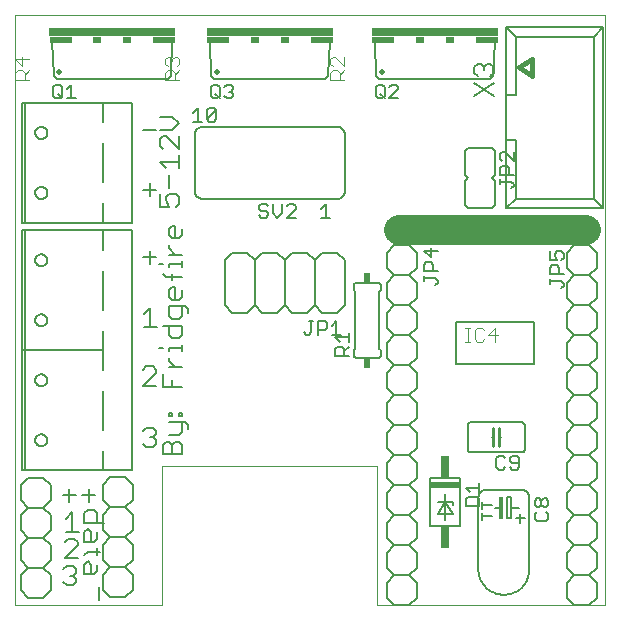
<source format=gto>
G75*
%MOIN*%
%OFA0B0*%
%FSLAX24Y24*%
%IPPOS*%
%LPD*%
%AMOC8*
5,1,8,0,0,1.08239X$1,22.5*
%
%ADD10C,0.0000*%
%ADD11C,0.1000*%
%ADD12C,0.0060*%
%ADD13C,0.0050*%
%ADD14R,0.0170X0.0740*%
%ADD15C,0.0100*%
%ADD16C,0.0080*%
%ADD17C,0.0040*%
%ADD18C,0.0160*%
%ADD19R,0.1000X0.0200*%
%ADD20R,0.0300X0.0750*%
%ADD21R,0.0240X0.0340*%
%ADD22C,0.0200*%
%ADD23R,0.4200X0.0300*%
%ADD24R,0.0750X0.0200*%
%ADD25R,0.0300X0.0200*%
D10*
X000267Y000180D02*
X000267Y019865D01*
X019952Y019865D01*
X019952Y000180D01*
X012326Y000180D01*
X012326Y004836D01*
X005161Y004836D01*
X005161Y000180D01*
X000267Y000180D01*
D11*
X013067Y012680D02*
X019317Y012680D01*
D12*
X019417Y012180D02*
X018917Y012180D01*
X018667Y011930D01*
X018667Y011430D01*
X018917Y011180D01*
X018667Y010930D01*
X018667Y010430D01*
X018917Y010180D01*
X019417Y010180D01*
X019667Y010430D01*
X019667Y010930D01*
X019417Y011180D01*
X018917Y011180D01*
X019417Y011180D02*
X019667Y011430D01*
X019667Y011930D01*
X019417Y012180D01*
X019417Y010180D02*
X019667Y009930D01*
X019667Y009430D01*
X019417Y009180D01*
X019667Y008930D01*
X019667Y008430D01*
X019417Y008180D01*
X019667Y007930D01*
X019667Y007430D01*
X019417Y007180D01*
X018917Y007180D01*
X018667Y007430D01*
X018667Y007930D01*
X018917Y008180D01*
X018667Y008430D01*
X018667Y008930D01*
X018917Y009180D01*
X018667Y009430D01*
X018667Y009930D01*
X018917Y010180D01*
X018917Y009180D02*
X019417Y009180D01*
X019417Y008180D02*
X018917Y008180D01*
X018917Y007180D02*
X018667Y006930D01*
X018667Y006430D01*
X018917Y006180D01*
X018667Y005930D01*
X018667Y005430D01*
X018917Y005180D01*
X018667Y004930D01*
X018667Y004430D01*
X018917Y004180D01*
X019417Y004180D01*
X019667Y004430D01*
X019667Y004930D01*
X019417Y005180D01*
X018917Y005180D01*
X019417Y005180D02*
X019667Y005430D01*
X019667Y005930D01*
X019417Y006180D01*
X018917Y006180D01*
X019417Y006180D02*
X019667Y006430D01*
X019667Y006930D01*
X019417Y007180D01*
X017267Y006180D02*
X017267Y005380D01*
X017265Y005363D01*
X017261Y005346D01*
X017254Y005330D01*
X017244Y005316D01*
X017231Y005303D01*
X017217Y005293D01*
X017201Y005286D01*
X017184Y005282D01*
X017167Y005280D01*
X015467Y005280D01*
X015450Y005282D01*
X015433Y005286D01*
X015417Y005293D01*
X015403Y005303D01*
X015390Y005316D01*
X015380Y005330D01*
X015373Y005346D01*
X015369Y005363D01*
X015367Y005380D01*
X015367Y006180D01*
X015369Y006197D01*
X015373Y006214D01*
X015380Y006230D01*
X015390Y006244D01*
X015403Y006257D01*
X015417Y006267D01*
X015433Y006274D01*
X015450Y006278D01*
X015467Y006280D01*
X017167Y006280D01*
X017184Y006278D01*
X017201Y006274D01*
X017217Y006267D01*
X017231Y006257D01*
X017244Y006244D01*
X017254Y006230D01*
X017261Y006214D01*
X017265Y006197D01*
X017267Y006180D01*
X016467Y005780D02*
X016417Y005780D01*
X016217Y005780D02*
X016167Y005780D01*
X015117Y004430D02*
X014117Y004430D01*
X014117Y002830D01*
X015117Y002830D01*
X015117Y004430D01*
X014617Y003880D02*
X014617Y003630D01*
X014867Y003630D01*
X014867Y003530D01*
X014617Y003630D02*
X014367Y003630D01*
X014617Y003630D02*
X014867Y003230D01*
X014367Y003230D01*
X014617Y003630D01*
X014617Y003030D01*
X013667Y002930D02*
X013667Y002430D01*
X013417Y002180D01*
X013667Y001930D01*
X013667Y001430D01*
X013417Y001180D01*
X013667Y000930D01*
X013667Y000430D01*
X013417Y000180D01*
X012917Y000180D01*
X012667Y000430D01*
X012667Y000930D01*
X012917Y001180D01*
X012667Y001430D01*
X012667Y001930D01*
X012917Y002180D01*
X012667Y002430D01*
X012667Y002930D01*
X012917Y003180D01*
X012667Y003430D01*
X012667Y003930D01*
X012917Y004180D01*
X012667Y004430D01*
X012667Y004930D01*
X012917Y005180D01*
X012667Y005430D01*
X012667Y005930D01*
X012917Y006180D01*
X012667Y006430D01*
X012667Y006930D01*
X012917Y007180D01*
X012667Y007430D01*
X012667Y007930D01*
X012917Y008180D01*
X012667Y008430D01*
X012667Y008930D01*
X012917Y009180D01*
X012667Y009430D01*
X012667Y009930D01*
X012917Y010180D01*
X012667Y010430D01*
X012667Y010930D01*
X012917Y011180D01*
X012667Y011430D01*
X012667Y011930D01*
X012917Y012180D01*
X013417Y012180D01*
X013667Y011930D01*
X013667Y011430D01*
X013417Y011180D01*
X013667Y010930D01*
X013667Y010430D01*
X013417Y010180D01*
X012917Y010180D01*
X013417Y010180D02*
X013667Y009930D01*
X013667Y009430D01*
X013417Y009180D01*
X013667Y008930D01*
X013667Y008430D01*
X013417Y008180D01*
X013667Y007930D01*
X013667Y007430D01*
X013417Y007180D01*
X012917Y007180D01*
X013417Y007180D02*
X013667Y006930D01*
X013667Y006430D01*
X013417Y006180D01*
X013667Y005930D01*
X013667Y005430D01*
X013417Y005180D01*
X013667Y004930D01*
X013667Y004430D01*
X013417Y004180D01*
X012917Y004180D01*
X013417Y004180D02*
X013667Y003930D01*
X013667Y003430D01*
X013417Y003180D01*
X013667Y002930D01*
X013417Y003180D02*
X012917Y003180D01*
X012917Y002180D02*
X013417Y002180D01*
X013417Y001180D02*
X012917Y001180D01*
X015717Y001380D02*
X015717Y003780D01*
X015719Y003810D01*
X015724Y003840D01*
X015733Y003869D01*
X015746Y003896D01*
X015761Y003922D01*
X015780Y003946D01*
X015801Y003967D01*
X015825Y003986D01*
X015851Y004001D01*
X015878Y004014D01*
X015907Y004023D01*
X015937Y004028D01*
X015967Y004030D01*
X017167Y004030D01*
X017197Y004028D01*
X017227Y004023D01*
X017256Y004014D01*
X017283Y004001D01*
X017309Y003986D01*
X017333Y003967D01*
X017354Y003946D01*
X017373Y003922D01*
X017388Y003896D01*
X017401Y003869D01*
X017410Y003840D01*
X017415Y003810D01*
X017417Y003780D01*
X017417Y001380D01*
X017415Y001323D01*
X017409Y001267D01*
X017400Y001211D01*
X017387Y001155D01*
X017370Y001101D01*
X017350Y001048D01*
X017326Y000997D01*
X017298Y000947D01*
X017268Y000899D01*
X017234Y000853D01*
X017197Y000810D01*
X017158Y000769D01*
X017116Y000731D01*
X017071Y000696D01*
X017024Y000664D01*
X016975Y000635D01*
X016925Y000609D01*
X016872Y000587D01*
X016819Y000568D01*
X016764Y000553D01*
X016708Y000542D01*
X016652Y000534D01*
X016595Y000530D01*
X016539Y000530D01*
X016482Y000534D01*
X016426Y000542D01*
X016370Y000553D01*
X016315Y000568D01*
X016262Y000587D01*
X016209Y000609D01*
X016159Y000635D01*
X016110Y000664D01*
X016063Y000696D01*
X016018Y000731D01*
X015976Y000769D01*
X015937Y000810D01*
X015900Y000853D01*
X015866Y000899D01*
X015836Y000947D01*
X015808Y000997D01*
X015784Y001048D01*
X015764Y001101D01*
X015747Y001155D01*
X015734Y001211D01*
X015725Y001267D01*
X015719Y001323D01*
X015717Y001380D01*
X017117Y002930D02*
X017117Y003230D01*
X017067Y003430D02*
X016817Y003430D01*
X016817Y003080D01*
X016687Y003080D01*
X016687Y003780D01*
X016817Y003780D01*
X016817Y003430D01*
X016467Y003430D02*
X016267Y003430D01*
X016967Y003080D02*
X017267Y003080D01*
X018667Y002930D02*
X018667Y002430D01*
X018917Y002180D01*
X018667Y001930D01*
X018667Y001430D01*
X018917Y001180D01*
X018667Y000930D01*
X018667Y000430D01*
X018917Y000180D01*
X019417Y000180D01*
X019667Y000430D01*
X019667Y000930D01*
X019417Y001180D01*
X018917Y001180D01*
X019417Y001180D02*
X019667Y001430D01*
X019667Y001930D01*
X019417Y002180D01*
X018917Y002180D01*
X019417Y002180D02*
X019667Y002430D01*
X019667Y002930D01*
X019417Y003180D01*
X018917Y003180D01*
X018667Y002930D01*
X018917Y003180D02*
X018667Y003430D01*
X018667Y003930D01*
X018917Y004180D01*
X019417Y004180D02*
X019667Y003930D01*
X019667Y003430D01*
X019417Y003180D01*
X013417Y005180D02*
X012917Y005180D01*
X012917Y006180D02*
X013417Y006180D01*
X013417Y008180D02*
X012917Y008180D01*
X012467Y008530D02*
X012467Y008680D01*
X012417Y008730D01*
X012417Y010630D01*
X012467Y010680D01*
X012467Y010830D01*
X012465Y010847D01*
X012461Y010864D01*
X012454Y010880D01*
X012444Y010894D01*
X012431Y010907D01*
X012417Y010917D01*
X012401Y010924D01*
X012384Y010928D01*
X012367Y010930D01*
X011667Y010930D01*
X011650Y010928D01*
X011633Y010924D01*
X011617Y010917D01*
X011603Y010907D01*
X011590Y010894D01*
X011580Y010880D01*
X011573Y010864D01*
X011569Y010847D01*
X011567Y010830D01*
X011567Y010680D01*
X011617Y010630D01*
X011617Y008730D01*
X011567Y008680D01*
X011567Y008530D01*
X011569Y008513D01*
X011573Y008496D01*
X011580Y008480D01*
X011590Y008466D01*
X011603Y008453D01*
X011617Y008443D01*
X011633Y008436D01*
X011650Y008432D01*
X011667Y008430D01*
X012367Y008430D01*
X012384Y008432D01*
X012401Y008436D01*
X012417Y008443D01*
X012431Y008453D01*
X012444Y008466D01*
X012454Y008480D01*
X012461Y008496D01*
X012465Y008513D01*
X012467Y008530D01*
X012917Y009180D02*
X013417Y009180D01*
X013417Y011180D02*
X012917Y011180D01*
X011267Y011680D02*
X011267Y010180D01*
X011017Y009930D01*
X010517Y009930D01*
X010267Y010180D01*
X010267Y011680D01*
X010017Y011930D01*
X009517Y011930D01*
X009267Y011680D01*
X009267Y010180D01*
X009017Y009930D01*
X008517Y009930D01*
X008267Y010180D01*
X008017Y009930D01*
X007517Y009930D01*
X007267Y010180D01*
X007267Y011680D01*
X007517Y011930D01*
X008017Y011930D01*
X008267Y011680D01*
X008267Y010180D01*
X009267Y010180D02*
X009517Y009930D01*
X010017Y009930D01*
X010267Y010180D01*
X010267Y011680D02*
X010517Y011930D01*
X011017Y011930D01*
X011267Y011680D01*
X009267Y011680D02*
X009017Y011930D01*
X008517Y011930D01*
X008267Y011680D01*
X006517Y013730D02*
X011017Y013730D01*
X011047Y013732D01*
X011077Y013737D01*
X011106Y013746D01*
X011133Y013759D01*
X011159Y013774D01*
X011183Y013793D01*
X011204Y013814D01*
X011223Y013838D01*
X011238Y013864D01*
X011251Y013891D01*
X011260Y013920D01*
X011265Y013950D01*
X011267Y013980D01*
X011267Y015880D01*
X011265Y015910D01*
X011260Y015940D01*
X011251Y015969D01*
X011238Y015996D01*
X011223Y016022D01*
X011204Y016046D01*
X011183Y016067D01*
X011159Y016086D01*
X011133Y016101D01*
X011106Y016114D01*
X011077Y016123D01*
X011047Y016128D01*
X011017Y016130D01*
X006517Y016130D01*
X006487Y016128D01*
X006457Y016123D01*
X006428Y016114D01*
X006401Y016101D01*
X006375Y016086D01*
X006351Y016067D01*
X006330Y016046D01*
X006311Y016022D01*
X006296Y015996D01*
X006283Y015969D01*
X006274Y015940D01*
X006269Y015910D01*
X006267Y015880D01*
X006267Y013980D01*
X006269Y013950D01*
X006274Y013920D01*
X006283Y013891D01*
X006296Y013864D01*
X006311Y013838D01*
X006330Y013814D01*
X006351Y013793D01*
X006375Y013774D01*
X006401Y013759D01*
X006428Y013746D01*
X006457Y013737D01*
X006487Y013732D01*
X006517Y013730D01*
X005737Y013780D02*
X005737Y013567D01*
X005630Y013460D01*
X005416Y013460D02*
X005310Y013674D01*
X005310Y013780D01*
X005416Y013887D01*
X005630Y013887D01*
X005737Y013780D01*
X005416Y013460D02*
X005096Y013460D01*
X005096Y013887D01*
X004974Y014030D02*
X004547Y014030D01*
X004760Y014244D02*
X004760Y013817D01*
X005416Y014105D02*
X005416Y014532D01*
X005310Y014749D02*
X005096Y014963D01*
X005737Y014963D01*
X005737Y015176D02*
X005737Y014749D01*
X005737Y015394D02*
X005310Y015821D01*
X005203Y015821D01*
X005096Y015714D01*
X005096Y015500D01*
X005203Y015394D01*
X005737Y015394D02*
X005737Y015821D01*
X005523Y016038D02*
X005737Y016252D01*
X005523Y016465D01*
X005096Y016465D01*
X005096Y016038D02*
X005523Y016038D01*
X004974Y016030D02*
X004547Y016030D01*
X004167Y016930D02*
X004167Y012930D01*
X003217Y012930D01*
X003217Y013580D01*
X003217Y012930D02*
X000617Y012930D01*
X000517Y012930D01*
X000517Y016930D01*
X000617Y016930D01*
X003217Y016930D01*
X003217Y016280D01*
X003217Y016930D02*
X004167Y016930D01*
X005367Y017730D02*
X001667Y017730D01*
X001567Y017830D01*
X001517Y018980D01*
X000617Y016930D02*
X000617Y012930D01*
X000617Y012680D02*
X003217Y012680D01*
X003217Y012030D01*
X003217Y012680D02*
X004167Y012680D01*
X004167Y004680D01*
X003217Y004680D01*
X003217Y005330D01*
X003217Y004680D02*
X000617Y004680D01*
X000517Y004680D01*
X000517Y008680D01*
X003217Y008680D01*
X003217Y009330D01*
X003217Y008680D02*
X003217Y008030D01*
X003217Y007330D02*
X003217Y006030D01*
X004547Y005994D02*
X004653Y006101D01*
X004867Y006101D01*
X004974Y005994D01*
X004974Y005887D01*
X004867Y005780D01*
X004974Y005674D01*
X004974Y005567D01*
X004867Y005460D01*
X004653Y005460D01*
X004547Y005567D01*
X004760Y005780D02*
X004867Y005780D01*
X005196Y005530D02*
X005303Y005637D01*
X005410Y005637D01*
X005516Y005530D01*
X005516Y005210D01*
X005196Y005210D02*
X005837Y005210D01*
X005837Y005530D01*
X005730Y005637D01*
X005623Y005637D01*
X005516Y005530D01*
X005196Y005530D02*
X005196Y005210D01*
X005410Y005855D02*
X005730Y005855D01*
X005837Y005961D01*
X005837Y006282D01*
X005943Y006282D02*
X006050Y006175D01*
X006050Y006068D01*
X005943Y006282D02*
X005410Y006282D01*
X005410Y006499D02*
X005516Y006499D01*
X005516Y006606D01*
X005410Y006606D01*
X005410Y006499D01*
X005730Y006499D02*
X005837Y006499D01*
X005837Y006606D01*
X005730Y006606D01*
X005730Y006499D01*
X005837Y007466D02*
X005196Y007466D01*
X005196Y007893D01*
X004974Y007928D02*
X004974Y008035D01*
X004867Y008142D01*
X004653Y008142D01*
X004547Y008035D01*
X004974Y007928D02*
X004547Y007501D01*
X004974Y007501D01*
X005516Y007466D02*
X005516Y007679D01*
X005410Y008110D02*
X005837Y008110D01*
X005623Y008110D02*
X005410Y008324D01*
X005410Y008431D01*
X005410Y008648D02*
X005410Y008754D01*
X005837Y008754D01*
X005837Y008648D02*
X005837Y008861D01*
X005730Y009077D02*
X005516Y009077D01*
X005410Y009184D01*
X005410Y009504D01*
X005196Y009504D02*
X005837Y009504D01*
X005837Y009184D01*
X005730Y009077D01*
X005196Y008754D02*
X005089Y008754D01*
X005000Y009449D02*
X004573Y009449D01*
X004786Y009449D02*
X004786Y010090D01*
X004573Y009876D01*
X005410Y009829D02*
X005516Y009722D01*
X005730Y009722D01*
X005837Y009829D01*
X005837Y010149D01*
X005943Y010149D02*
X005410Y010149D01*
X005410Y009829D01*
X005516Y010366D02*
X005410Y010473D01*
X005410Y010687D01*
X005516Y010793D01*
X005623Y010793D01*
X005623Y010366D01*
X005730Y010366D02*
X005516Y010366D01*
X005730Y010366D02*
X005837Y010473D01*
X005837Y010687D01*
X005837Y011118D02*
X005303Y011118D01*
X005196Y011224D01*
X005410Y011441D02*
X005410Y011547D01*
X005837Y011547D01*
X005837Y011441D02*
X005837Y011654D01*
X005837Y011870D02*
X005410Y011870D01*
X005623Y011870D02*
X005410Y012084D01*
X005410Y012191D01*
X005516Y012407D02*
X005410Y012514D01*
X005410Y012728D01*
X005516Y012835D01*
X005623Y012835D01*
X005623Y012407D01*
X005730Y012407D02*
X005516Y012407D01*
X005730Y012407D02*
X005837Y012514D01*
X005837Y012728D01*
X004974Y011780D02*
X004547Y011780D01*
X004760Y011994D02*
X004760Y011567D01*
X005089Y011547D02*
X005196Y011547D01*
X005516Y011224D02*
X005516Y011011D01*
X005943Y010149D02*
X006050Y010042D01*
X006050Y009935D01*
X003217Y010030D02*
X003217Y011330D01*
X000947Y011680D02*
X000949Y011708D01*
X000955Y011735D01*
X000964Y011761D01*
X000977Y011786D01*
X000994Y011809D01*
X001013Y011829D01*
X001035Y011846D01*
X001059Y011860D01*
X001085Y011870D01*
X001112Y011877D01*
X001140Y011880D01*
X001168Y011879D01*
X001195Y011874D01*
X001222Y011865D01*
X001247Y011853D01*
X001270Y011838D01*
X001291Y011819D01*
X001309Y011798D01*
X001324Y011774D01*
X001335Y011748D01*
X001343Y011722D01*
X001347Y011694D01*
X001347Y011666D01*
X001343Y011638D01*
X001335Y011612D01*
X001324Y011586D01*
X001309Y011562D01*
X001291Y011541D01*
X001270Y011522D01*
X001247Y011507D01*
X001222Y011495D01*
X001195Y011486D01*
X001168Y011481D01*
X001140Y011480D01*
X001112Y011483D01*
X001085Y011490D01*
X001059Y011500D01*
X001035Y011514D01*
X001013Y011531D01*
X000994Y011551D01*
X000977Y011574D01*
X000964Y011599D01*
X000955Y011625D01*
X000949Y011652D01*
X000947Y011680D01*
X000617Y012680D02*
X000617Y004680D01*
X000723Y004426D02*
X001223Y004426D01*
X001473Y004176D01*
X001473Y003676D01*
X001223Y003426D01*
X001473Y003176D01*
X001473Y002676D01*
X001223Y002426D01*
X001473Y002176D01*
X001473Y001676D01*
X001223Y001426D01*
X001473Y001176D01*
X001473Y000676D01*
X001223Y000426D01*
X000723Y000426D01*
X000473Y000676D01*
X000473Y001176D01*
X000723Y001426D01*
X000473Y001676D01*
X000473Y002176D01*
X000723Y002426D01*
X001223Y002426D01*
X000723Y002426D02*
X000473Y002676D01*
X000473Y003176D01*
X000723Y003426D01*
X000473Y003676D01*
X000473Y004176D01*
X000723Y004426D01*
X000723Y003426D02*
X001223Y003426D01*
X001863Y003846D02*
X002291Y003846D01*
X002512Y003849D02*
X002939Y003849D01*
X002726Y003635D02*
X002726Y004062D01*
X003203Y004193D02*
X003203Y003693D01*
X003453Y003443D01*
X003203Y003193D01*
X003203Y002693D01*
X003453Y002443D01*
X003953Y002443D01*
X004203Y002693D01*
X004203Y003193D01*
X003953Y003443D01*
X003453Y003443D01*
X003011Y003258D02*
X003011Y002938D01*
X003225Y002938D02*
X002584Y002938D01*
X002584Y003258D01*
X002691Y003365D01*
X002904Y003365D01*
X003011Y003258D01*
X002691Y002720D02*
X002798Y002613D01*
X002798Y002293D01*
X002904Y002293D02*
X002584Y002293D01*
X002584Y002613D01*
X002691Y002720D01*
X002403Y002638D02*
X001976Y002638D01*
X002189Y002638D02*
X002189Y003278D01*
X001976Y003065D01*
X002077Y003632D02*
X002077Y004059D01*
X003203Y004193D02*
X003453Y004443D01*
X003953Y004443D01*
X004203Y004193D01*
X004203Y003693D01*
X003953Y003443D01*
X003011Y002613D02*
X003011Y002400D01*
X002904Y002293D01*
X003011Y002076D02*
X003011Y001862D01*
X003118Y001969D02*
X002691Y001969D01*
X002584Y001862D01*
X002691Y001646D02*
X002798Y001539D01*
X002798Y001219D01*
X002904Y001219D02*
X002584Y001219D01*
X002584Y001539D01*
X002691Y001646D01*
X002361Y001752D02*
X001934Y001752D01*
X002361Y002179D01*
X002361Y002286D01*
X002254Y002393D01*
X002040Y002393D01*
X001934Y002286D01*
X001994Y001486D02*
X002208Y001486D01*
X002315Y001379D01*
X002315Y001273D01*
X002208Y001166D01*
X002315Y001059D01*
X002315Y000952D01*
X002208Y000846D01*
X001994Y000846D01*
X001888Y000952D01*
X002101Y001166D02*
X002208Y001166D01*
X001888Y001379D02*
X001994Y001486D01*
X001223Y001426D02*
X000723Y001426D01*
X002904Y001219D02*
X003011Y001326D01*
X003011Y001539D01*
X003203Y001693D02*
X003203Y002193D01*
X003453Y002443D01*
X003953Y002443D02*
X004203Y002193D01*
X004203Y001693D01*
X003953Y001443D01*
X004203Y001193D01*
X004203Y000693D01*
X003953Y000443D01*
X003453Y000443D01*
X003203Y000693D01*
X003203Y001193D01*
X003453Y001443D01*
X003203Y001693D01*
X003453Y001443D02*
X003953Y001443D01*
X003080Y000775D02*
X003080Y000348D01*
X000947Y005680D02*
X000949Y005708D01*
X000955Y005735D01*
X000964Y005761D01*
X000977Y005786D01*
X000994Y005809D01*
X001013Y005829D01*
X001035Y005846D01*
X001059Y005860D01*
X001085Y005870D01*
X001112Y005877D01*
X001140Y005880D01*
X001168Y005879D01*
X001195Y005874D01*
X001222Y005865D01*
X001247Y005853D01*
X001270Y005838D01*
X001291Y005819D01*
X001309Y005798D01*
X001324Y005774D01*
X001335Y005748D01*
X001343Y005722D01*
X001347Y005694D01*
X001347Y005666D01*
X001343Y005638D01*
X001335Y005612D01*
X001324Y005586D01*
X001309Y005562D01*
X001291Y005541D01*
X001270Y005522D01*
X001247Y005507D01*
X001222Y005495D01*
X001195Y005486D01*
X001168Y005481D01*
X001140Y005480D01*
X001112Y005483D01*
X001085Y005490D01*
X001059Y005500D01*
X001035Y005514D01*
X001013Y005531D01*
X000994Y005551D01*
X000977Y005574D01*
X000964Y005599D01*
X000955Y005625D01*
X000949Y005652D01*
X000947Y005680D01*
X000947Y007680D02*
X000949Y007708D01*
X000955Y007735D01*
X000964Y007761D01*
X000977Y007786D01*
X000994Y007809D01*
X001013Y007829D01*
X001035Y007846D01*
X001059Y007860D01*
X001085Y007870D01*
X001112Y007877D01*
X001140Y007880D01*
X001168Y007879D01*
X001195Y007874D01*
X001222Y007865D01*
X001247Y007853D01*
X001270Y007838D01*
X001291Y007819D01*
X001309Y007798D01*
X001324Y007774D01*
X001335Y007748D01*
X001343Y007722D01*
X001347Y007694D01*
X001347Y007666D01*
X001343Y007638D01*
X001335Y007612D01*
X001324Y007586D01*
X001309Y007562D01*
X001291Y007541D01*
X001270Y007522D01*
X001247Y007507D01*
X001222Y007495D01*
X001195Y007486D01*
X001168Y007481D01*
X001140Y007480D01*
X001112Y007483D01*
X001085Y007490D01*
X001059Y007500D01*
X001035Y007514D01*
X001013Y007531D01*
X000994Y007551D01*
X000977Y007574D01*
X000964Y007599D01*
X000955Y007625D01*
X000949Y007652D01*
X000947Y007680D01*
X000517Y008680D02*
X000517Y012680D01*
X000617Y012680D01*
X000947Y013930D02*
X000949Y013958D01*
X000955Y013985D01*
X000964Y014011D01*
X000977Y014036D01*
X000994Y014059D01*
X001013Y014079D01*
X001035Y014096D01*
X001059Y014110D01*
X001085Y014120D01*
X001112Y014127D01*
X001140Y014130D01*
X001168Y014129D01*
X001195Y014124D01*
X001222Y014115D01*
X001247Y014103D01*
X001270Y014088D01*
X001291Y014069D01*
X001309Y014048D01*
X001324Y014024D01*
X001335Y013998D01*
X001343Y013972D01*
X001347Y013944D01*
X001347Y013916D01*
X001343Y013888D01*
X001335Y013862D01*
X001324Y013836D01*
X001309Y013812D01*
X001291Y013791D01*
X001270Y013772D01*
X001247Y013757D01*
X001222Y013745D01*
X001195Y013736D01*
X001168Y013731D01*
X001140Y013730D01*
X001112Y013733D01*
X001085Y013740D01*
X001059Y013750D01*
X001035Y013764D01*
X001013Y013781D01*
X000994Y013801D01*
X000977Y013824D01*
X000964Y013849D01*
X000955Y013875D01*
X000949Y013902D01*
X000947Y013930D01*
X000947Y015930D02*
X000949Y015958D01*
X000955Y015985D01*
X000964Y016011D01*
X000977Y016036D01*
X000994Y016059D01*
X001013Y016079D01*
X001035Y016096D01*
X001059Y016110D01*
X001085Y016120D01*
X001112Y016127D01*
X001140Y016130D01*
X001168Y016129D01*
X001195Y016124D01*
X001222Y016115D01*
X001247Y016103D01*
X001270Y016088D01*
X001291Y016069D01*
X001309Y016048D01*
X001324Y016024D01*
X001335Y015998D01*
X001343Y015972D01*
X001347Y015944D01*
X001347Y015916D01*
X001343Y015888D01*
X001335Y015862D01*
X001324Y015836D01*
X001309Y015812D01*
X001291Y015791D01*
X001270Y015772D01*
X001247Y015757D01*
X001222Y015745D01*
X001195Y015736D01*
X001168Y015731D01*
X001140Y015730D01*
X001112Y015733D01*
X001085Y015740D01*
X001059Y015750D01*
X001035Y015764D01*
X001013Y015781D01*
X000994Y015801D01*
X000977Y015824D01*
X000964Y015849D01*
X000955Y015875D01*
X000949Y015902D01*
X000947Y015930D01*
X003217Y015580D02*
X003217Y014280D01*
X005367Y017730D02*
X005467Y017830D01*
X005517Y018980D01*
X006767Y018980D02*
X006817Y017830D01*
X006917Y017730D01*
X010617Y017730D01*
X010717Y017830D01*
X010767Y018980D01*
X012267Y018980D02*
X012317Y017830D01*
X012417Y017730D01*
X016117Y017730D01*
X016217Y017830D01*
X016267Y018980D01*
X016121Y018235D02*
X016014Y018235D01*
X015908Y018128D01*
X015908Y018021D01*
X015908Y018128D02*
X015801Y018235D01*
X015694Y018235D01*
X015587Y018128D01*
X015587Y017914D01*
X015694Y017808D01*
X015587Y017590D02*
X016228Y017163D01*
X016228Y017590D02*
X015587Y017163D01*
X016121Y017808D02*
X016228Y017914D01*
X016228Y018128D01*
X016121Y018235D01*
X016167Y015430D02*
X015367Y015430D01*
X015267Y015330D01*
X015267Y014530D01*
X015367Y014430D01*
X015267Y014330D01*
X015267Y013530D01*
X015367Y013430D01*
X016167Y013430D01*
X016267Y013530D01*
X016267Y014330D01*
X016167Y014430D01*
X016267Y014530D01*
X016267Y015330D01*
X016167Y015430D01*
X000947Y009680D02*
X000949Y009708D01*
X000955Y009735D01*
X000964Y009761D01*
X000977Y009786D01*
X000994Y009809D01*
X001013Y009829D01*
X001035Y009846D01*
X001059Y009860D01*
X001085Y009870D01*
X001112Y009877D01*
X001140Y009880D01*
X001168Y009879D01*
X001195Y009874D01*
X001222Y009865D01*
X001247Y009853D01*
X001270Y009838D01*
X001291Y009819D01*
X001309Y009798D01*
X001324Y009774D01*
X001335Y009748D01*
X001343Y009722D01*
X001347Y009694D01*
X001347Y009666D01*
X001343Y009638D01*
X001335Y009612D01*
X001324Y009586D01*
X001309Y009562D01*
X001291Y009541D01*
X001270Y009522D01*
X001247Y009507D01*
X001222Y009495D01*
X001195Y009486D01*
X001168Y009481D01*
X001140Y009480D01*
X001112Y009483D01*
X001085Y009490D01*
X001059Y009500D01*
X001035Y009514D01*
X001013Y009531D01*
X000994Y009551D01*
X000977Y009574D01*
X000964Y009599D01*
X000955Y009625D01*
X000949Y009652D01*
X000947Y009680D01*
D13*
X006221Y016305D02*
X006521Y016305D01*
X006371Y016305D02*
X006371Y016755D01*
X006221Y016605D01*
X006681Y016680D02*
X006681Y016380D01*
X006982Y016680D01*
X006982Y016380D01*
X006906Y016305D01*
X006756Y016305D01*
X006681Y016380D01*
X006681Y016680D02*
X006756Y016755D01*
X006906Y016755D01*
X006982Y016680D01*
X007017Y017075D02*
X006867Y017075D01*
X006792Y017150D01*
X006792Y017450D01*
X006867Y017525D01*
X007017Y017525D01*
X007092Y017450D01*
X007092Y017150D01*
X007017Y017075D01*
X007092Y017075D02*
X006942Y017225D01*
X007252Y017150D02*
X007327Y017075D01*
X007477Y017075D01*
X007552Y017150D01*
X007552Y017225D01*
X007477Y017300D01*
X007402Y017300D01*
X007477Y017300D02*
X007552Y017375D01*
X007552Y017450D01*
X007477Y017525D01*
X007327Y017525D01*
X007252Y017450D01*
X008486Y013555D02*
X008410Y013480D01*
X008410Y013405D01*
X008486Y013330D01*
X008636Y013330D01*
X008711Y013255D01*
X008711Y013180D01*
X008636Y013105D01*
X008486Y013105D01*
X008410Y013180D01*
X008486Y013555D02*
X008636Y013555D01*
X008711Y013480D01*
X008871Y013555D02*
X008871Y013255D01*
X009021Y013105D01*
X009171Y013255D01*
X009171Y013555D01*
X009331Y013480D02*
X009406Y013555D01*
X009556Y013555D01*
X009632Y013480D01*
X009632Y013405D01*
X009331Y013105D01*
X009632Y013105D01*
X010481Y013105D02*
X010782Y013105D01*
X010631Y013105D02*
X010631Y013555D01*
X010481Y013405D01*
X013911Y012000D02*
X014136Y011775D01*
X014136Y012075D01*
X013911Y012000D02*
X014362Y012000D01*
X014136Y011614D02*
X014212Y011539D01*
X014212Y011314D01*
X014362Y011314D02*
X013911Y011314D01*
X013911Y011539D01*
X013986Y011614D01*
X014136Y011614D01*
X013911Y011154D02*
X013911Y011004D01*
X013911Y011079D02*
X014287Y011079D01*
X014362Y011004D01*
X014362Y010929D01*
X014287Y010854D01*
X011392Y009266D02*
X011392Y008965D01*
X011392Y009116D02*
X010941Y009116D01*
X011091Y008965D01*
X011016Y008805D02*
X011166Y008805D01*
X011242Y008730D01*
X011242Y008505D01*
X011392Y008505D02*
X010941Y008505D01*
X010941Y008730D01*
X011016Y008805D01*
X011242Y008655D02*
X011392Y008805D01*
X011132Y009205D02*
X010831Y009205D01*
X010981Y009205D02*
X010981Y009655D01*
X010831Y009505D01*
X010671Y009430D02*
X010596Y009355D01*
X010371Y009355D01*
X010371Y009205D02*
X010371Y009655D01*
X010596Y009655D01*
X010671Y009580D01*
X010671Y009430D01*
X010211Y009655D02*
X010061Y009655D01*
X010136Y009655D02*
X010136Y009280D01*
X010061Y009205D01*
X009986Y009205D01*
X009910Y009280D01*
X015291Y004095D02*
X015742Y004095D01*
X015742Y003945D02*
X015742Y004245D01*
X015441Y003945D02*
X015291Y004095D01*
X015366Y003784D02*
X015291Y003709D01*
X015291Y003484D01*
X015742Y003484D01*
X015742Y003709D01*
X015667Y003784D01*
X015366Y003784D01*
X015841Y003623D02*
X015841Y003396D01*
X015841Y003509D02*
X016182Y003509D01*
X015841Y003264D02*
X015841Y003037D01*
X015841Y003150D02*
X016182Y003150D01*
X017591Y003209D02*
X017591Y003059D01*
X017666Y002984D01*
X017967Y002984D01*
X018042Y003059D01*
X018042Y003209D01*
X017967Y003284D01*
X017967Y003445D02*
X017892Y003445D01*
X017816Y003520D01*
X017816Y003670D01*
X017892Y003745D01*
X017967Y003745D01*
X018042Y003670D01*
X018042Y003520D01*
X017967Y003445D01*
X017816Y003520D02*
X017741Y003445D01*
X017666Y003445D01*
X017591Y003520D01*
X017591Y003670D01*
X017666Y003745D01*
X017741Y003745D01*
X017816Y003670D01*
X017666Y003284D02*
X017591Y003209D01*
X017006Y004705D02*
X016856Y004705D01*
X016781Y004780D01*
X016621Y004780D02*
X016546Y004705D01*
X016396Y004705D01*
X016321Y004780D01*
X016321Y005080D01*
X016396Y005155D01*
X016546Y005155D01*
X016621Y005080D01*
X016781Y005080D02*
X016781Y005005D01*
X016856Y004930D01*
X017082Y004930D01*
X017082Y004780D02*
X017082Y005080D01*
X017006Y005155D01*
X016856Y005155D01*
X016781Y005080D01*
X017082Y004780D02*
X017006Y004705D01*
X018487Y010754D02*
X018562Y010829D01*
X018562Y010904D01*
X018487Y010979D01*
X018111Y010979D01*
X018111Y010904D02*
X018111Y011054D01*
X018111Y011214D02*
X018111Y011439D01*
X018186Y011514D01*
X018336Y011514D01*
X018412Y011439D01*
X018412Y011214D01*
X018562Y011214D02*
X018111Y011214D01*
X018111Y011675D02*
X018336Y011675D01*
X018261Y011825D01*
X018261Y011900D01*
X018336Y011975D01*
X018487Y011975D01*
X018562Y011900D01*
X018562Y011750D01*
X018487Y011675D01*
X018111Y011675D02*
X018111Y011975D01*
X016817Y014074D02*
X016892Y014149D01*
X016892Y014224D01*
X016817Y014299D01*
X016441Y014299D01*
X016441Y014224D02*
X016441Y014374D01*
X016441Y014534D02*
X016441Y014759D01*
X016516Y014834D01*
X016666Y014834D01*
X016742Y014759D01*
X016742Y014534D01*
X016892Y014534D02*
X016441Y014534D01*
X016516Y014995D02*
X016441Y015070D01*
X016441Y015220D01*
X016516Y015295D01*
X016591Y015295D01*
X016892Y014995D01*
X016892Y015295D01*
X013052Y017075D02*
X012752Y017075D01*
X013052Y017375D01*
X013052Y017450D01*
X012977Y017525D01*
X012827Y017525D01*
X012752Y017450D01*
X012592Y017450D02*
X012592Y017150D01*
X012517Y017075D01*
X012367Y017075D01*
X012292Y017150D01*
X012292Y017450D01*
X012367Y017525D01*
X012517Y017525D01*
X012592Y017450D01*
X012442Y017225D02*
X012592Y017075D01*
X002302Y017075D02*
X002002Y017075D01*
X002152Y017075D02*
X002152Y017525D01*
X002002Y017375D01*
X001842Y017450D02*
X001842Y017150D01*
X001767Y017075D01*
X001617Y017075D01*
X001542Y017150D01*
X001542Y017450D01*
X001617Y017525D01*
X001767Y017525D01*
X001842Y017450D01*
X001692Y017225D02*
X001842Y017075D01*
D14*
X016482Y003430D03*
D15*
X016417Y005480D02*
X016417Y005780D01*
X016417Y006080D01*
X016217Y006080D02*
X016217Y005780D01*
X016217Y005480D01*
D16*
X014977Y008230D02*
X014977Y009630D01*
X017557Y009630D01*
X017557Y008230D01*
X014977Y008230D01*
X016652Y013410D02*
X016967Y013725D01*
X016967Y015682D01*
X016960Y015682D02*
X016680Y015682D01*
X016680Y017178D02*
X016960Y017178D01*
X016967Y017178D02*
X016967Y019135D01*
X016652Y019450D01*
X016652Y013410D01*
X019881Y013410D01*
X019566Y013725D01*
X016967Y013725D01*
X019566Y013725D02*
X019566Y019135D01*
X019881Y019450D01*
X019881Y013410D01*
X019566Y019135D02*
X016967Y019135D01*
X016652Y019450D02*
X019881Y019450D01*
D17*
X011247Y018467D02*
X011247Y018160D01*
X010940Y018467D01*
X010863Y018467D01*
X010786Y018391D01*
X010786Y018237D01*
X010863Y018160D01*
X010863Y018007D02*
X011016Y018007D01*
X011093Y017930D01*
X011093Y017700D01*
X011093Y017853D02*
X011247Y018007D01*
X011247Y017700D02*
X010786Y017700D01*
X010786Y017930D01*
X010863Y018007D01*
X005747Y018007D02*
X005593Y017853D01*
X005593Y017930D02*
X005593Y017700D01*
X005747Y017700D02*
X005286Y017700D01*
X005286Y017930D01*
X005363Y018007D01*
X005516Y018007D01*
X005593Y017930D01*
X005670Y018160D02*
X005747Y018237D01*
X005747Y018391D01*
X005670Y018467D01*
X005593Y018467D01*
X005516Y018391D01*
X005516Y018314D01*
X005516Y018391D02*
X005440Y018467D01*
X005363Y018467D01*
X005286Y018391D01*
X005286Y018237D01*
X005363Y018160D01*
X000747Y018007D02*
X000593Y017853D01*
X000593Y017930D02*
X000593Y017700D01*
X000747Y017700D02*
X000286Y017700D01*
X000286Y017930D01*
X000363Y018007D01*
X000516Y018007D01*
X000593Y017930D01*
X000516Y018160D02*
X000516Y018467D01*
X000286Y018391D02*
X000516Y018160D01*
X000286Y018391D02*
X000747Y018391D01*
X015287Y009430D02*
X015440Y009430D01*
X015363Y009430D02*
X015363Y008970D01*
X015287Y008970D02*
X015440Y008970D01*
X015594Y009047D02*
X015670Y008970D01*
X015824Y008970D01*
X015901Y009047D01*
X016054Y009200D02*
X016361Y009200D01*
X016284Y008970D02*
X016284Y009430D01*
X016054Y009200D01*
X015901Y009354D02*
X015824Y009430D01*
X015670Y009430D01*
X015594Y009354D01*
X015594Y009047D01*
D18*
X017491Y017832D02*
X017491Y018383D01*
X017070Y018107D01*
X017491Y017832D01*
D19*
X014617Y004180D03*
D20*
X014617Y004805D03*
X014617Y002455D03*
D21*
X012017Y008260D03*
X012017Y011100D03*
D22*
X012497Y017970D03*
X006997Y017970D03*
X001747Y017970D03*
D23*
X003517Y019280D03*
X008767Y019280D03*
X014267Y019280D03*
D24*
X015992Y019030D03*
X012542Y019030D03*
X010492Y019030D03*
X007042Y019030D03*
X005242Y019030D03*
X001792Y019030D03*
D25*
X003017Y019030D03*
X004017Y019030D03*
X008267Y019030D03*
X009267Y019030D03*
X013767Y019030D03*
X014767Y019030D03*
M02*

</source>
